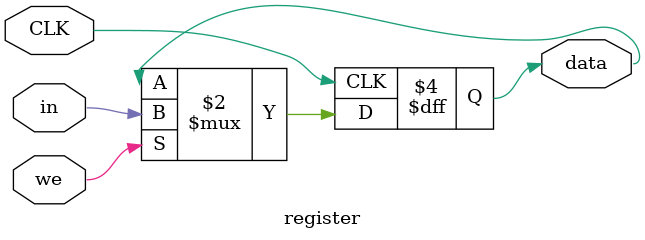
<source format=v>
module register(input CLK, input we, input in, output reg data);

always@(posedge CLK)
begin
	if (we) data <= in;
end

endmodule
</source>
